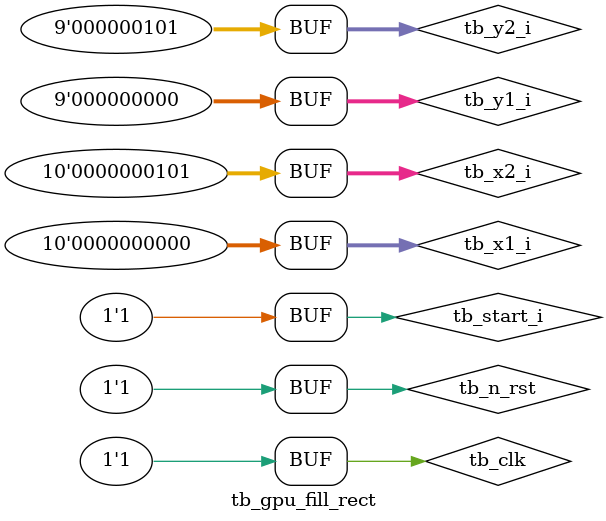
<source format=sv>
`timescale 1ns / 10 ps
module tb_gpu_fill_rect();
  
  //define local parameters
  localparam CLK_PERIOD = 10;
  
  //Define DUT ports
  reg tb_clk;
  reg tb_n_rst;
  reg [9:0] tb_x1_i;
  reg [8:0] tb_y1_i;
  reg [9:0] tb_x2_i;
  reg [8:0] tb_y2_i;
  reg tb_start_i;
  reg [9:0] tb_x_o;
  reg [8:0] tb_y_o;
  reg tb_done;
  reg tb_busy;
  
  gpu_fill_rect fill(.clk(tb_clk), .n_rst(tb_n_rst), .x1_i(tb_x1_i), .y1_i(tb_y1_i),
                      .x2_i(tb_x2_i), .y2_i(tb_y2_i), .start_i(tb_start_i),
                      .x_o(tb_x_o), .y_o(tb_y_o), .done_o(tb_done),
                      .busy_o(tb_busy));
         
         
  always
  begin
      tb_clk = 1'b0;
      #(CLK_PERIOD/2.0);
      tb_clk = 1'b1;
      #(CLK_PERIOD/2.0);
  end
  
  initial
  begin
    tb_n_rst = 1'b1;
    tb_n_rst = 1'b0;
    tb_start_i = 0;
    #(CLK_PERIOD);
    tb_n_rst = 1'b1;
    
    tb_x1_i = 0;
    tb_y1_i = 0;
    tb_x2_i = 10'd5;
    tb_y2_i = 9'd5;
    #(CLK_PERIOD);
    
    tb_start_i = 1;
  end
                        
endmodule
</source>
